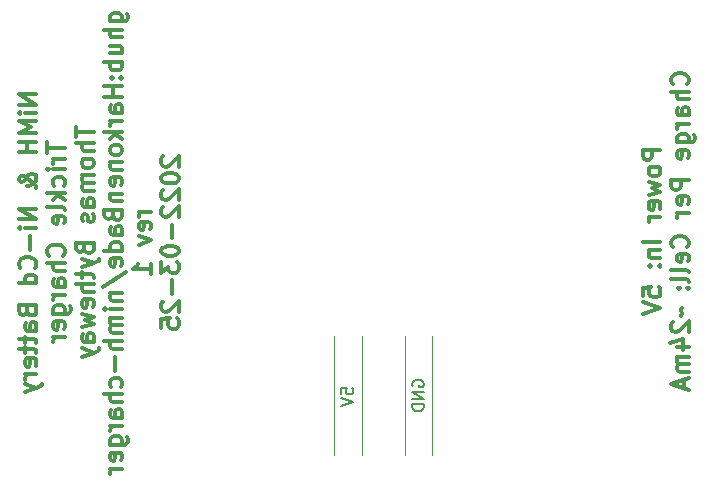
<source format=gbo>
%TF.GenerationSoftware,KiCad,Pcbnew,(6.0.2)*%
%TF.CreationDate,2022-03-25T11:37:34+00:00*%
%TF.ProjectId,nimh-charger,6e696d68-2d63-4686-9172-6765722e6b69,rev?*%
%TF.SameCoordinates,Original*%
%TF.FileFunction,Legend,Bot*%
%TF.FilePolarity,Positive*%
%FSLAX46Y46*%
G04 Gerber Fmt 4.6, Leading zero omitted, Abs format (unit mm)*
G04 Created by KiCad (PCBNEW (6.0.2)) date 2022-03-25 11:37:34*
%MOMM*%
%LPD*%
G01*
G04 APERTURE LIST*
%ADD10C,0.300000*%
%ADD11C,0.150000*%
%ADD12C,0.120000*%
G04 APERTURE END LIST*
D10*
X118471071Y-112142857D02*
X116971071Y-112142857D01*
X116971071Y-112714285D01*
X117042500Y-112857142D01*
X117113928Y-112928571D01*
X117256785Y-113000000D01*
X117471071Y-113000000D01*
X117613928Y-112928571D01*
X117685357Y-112857142D01*
X117756785Y-112714285D01*
X117756785Y-112142857D01*
X118471071Y-113857142D02*
X118399642Y-113714285D01*
X118328214Y-113642857D01*
X118185357Y-113571428D01*
X117756785Y-113571428D01*
X117613928Y-113642857D01*
X117542500Y-113714285D01*
X117471071Y-113857142D01*
X117471071Y-114071428D01*
X117542500Y-114214285D01*
X117613928Y-114285714D01*
X117756785Y-114357142D01*
X118185357Y-114357142D01*
X118328214Y-114285714D01*
X118399642Y-114214285D01*
X118471071Y-114071428D01*
X118471071Y-113857142D01*
X117471071Y-114857142D02*
X118471071Y-115142857D01*
X117756785Y-115428571D01*
X118471071Y-115714285D01*
X117471071Y-116000000D01*
X118399642Y-117142857D02*
X118471071Y-117000000D01*
X118471071Y-116714285D01*
X118399642Y-116571428D01*
X118256785Y-116500000D01*
X117685357Y-116500000D01*
X117542500Y-116571428D01*
X117471071Y-116714285D01*
X117471071Y-117000000D01*
X117542500Y-117142857D01*
X117685357Y-117214285D01*
X117828214Y-117214285D01*
X117971071Y-116500000D01*
X118471071Y-117857142D02*
X117471071Y-117857142D01*
X117756785Y-117857142D02*
X117613928Y-117928571D01*
X117542500Y-118000000D01*
X117471071Y-118142857D01*
X117471071Y-118285714D01*
X118471071Y-119928571D02*
X116971071Y-119928571D01*
X117471071Y-120642857D02*
X118471071Y-120642857D01*
X117613928Y-120642857D02*
X117542500Y-120714285D01*
X117471071Y-120857142D01*
X117471071Y-121071428D01*
X117542500Y-121214285D01*
X117685357Y-121285714D01*
X118471071Y-121285714D01*
X118328214Y-122000000D02*
X118399642Y-122071428D01*
X118471071Y-122000000D01*
X118399642Y-121928571D01*
X118328214Y-122000000D01*
X118471071Y-122000000D01*
X117542500Y-122000000D02*
X117613928Y-122071428D01*
X117685357Y-122000000D01*
X117613928Y-121928571D01*
X117542500Y-122000000D01*
X117685357Y-122000000D01*
X116971071Y-124571428D02*
X116971071Y-123857142D01*
X117685357Y-123785714D01*
X117613928Y-123857142D01*
X117542500Y-124000000D01*
X117542500Y-124357142D01*
X117613928Y-124500000D01*
X117685357Y-124571428D01*
X117828214Y-124642857D01*
X118185357Y-124642857D01*
X118328214Y-124571428D01*
X118399642Y-124500000D01*
X118471071Y-124357142D01*
X118471071Y-124000000D01*
X118399642Y-123857142D01*
X118328214Y-123785714D01*
X116971071Y-125071428D02*
X118471071Y-125571428D01*
X116971071Y-126071428D01*
X120743214Y-106607142D02*
X120814642Y-106535714D01*
X120886071Y-106321428D01*
X120886071Y-106178571D01*
X120814642Y-105964285D01*
X120671785Y-105821428D01*
X120528928Y-105750000D01*
X120243214Y-105678571D01*
X120028928Y-105678571D01*
X119743214Y-105750000D01*
X119600357Y-105821428D01*
X119457500Y-105964285D01*
X119386071Y-106178571D01*
X119386071Y-106321428D01*
X119457500Y-106535714D01*
X119528928Y-106607142D01*
X120886071Y-107250000D02*
X119386071Y-107250000D01*
X120886071Y-107892857D02*
X120100357Y-107892857D01*
X119957500Y-107821428D01*
X119886071Y-107678571D01*
X119886071Y-107464285D01*
X119957500Y-107321428D01*
X120028928Y-107250000D01*
X120886071Y-109250000D02*
X120100357Y-109250000D01*
X119957500Y-109178571D01*
X119886071Y-109035714D01*
X119886071Y-108750000D01*
X119957500Y-108607142D01*
X120814642Y-109250000D02*
X120886071Y-109107142D01*
X120886071Y-108750000D01*
X120814642Y-108607142D01*
X120671785Y-108535714D01*
X120528928Y-108535714D01*
X120386071Y-108607142D01*
X120314642Y-108750000D01*
X120314642Y-109107142D01*
X120243214Y-109250000D01*
X120886071Y-109964285D02*
X119886071Y-109964285D01*
X120171785Y-109964285D02*
X120028928Y-110035714D01*
X119957500Y-110107142D01*
X119886071Y-110250000D01*
X119886071Y-110392857D01*
X119886071Y-111535714D02*
X121100357Y-111535714D01*
X121243214Y-111464285D01*
X121314642Y-111392857D01*
X121386071Y-111250000D01*
X121386071Y-111035714D01*
X121314642Y-110892857D01*
X120814642Y-111535714D02*
X120886071Y-111392857D01*
X120886071Y-111107142D01*
X120814642Y-110964285D01*
X120743214Y-110892857D01*
X120600357Y-110821428D01*
X120171785Y-110821428D01*
X120028928Y-110892857D01*
X119957500Y-110964285D01*
X119886071Y-111107142D01*
X119886071Y-111392857D01*
X119957500Y-111535714D01*
X120814642Y-112821428D02*
X120886071Y-112678571D01*
X120886071Y-112392857D01*
X120814642Y-112250000D01*
X120671785Y-112178571D01*
X120100357Y-112178571D01*
X119957500Y-112250000D01*
X119886071Y-112392857D01*
X119886071Y-112678571D01*
X119957500Y-112821428D01*
X120100357Y-112892857D01*
X120243214Y-112892857D01*
X120386071Y-112178571D01*
X120886071Y-114678571D02*
X119386071Y-114678571D01*
X119386071Y-115250000D01*
X119457500Y-115392857D01*
X119528928Y-115464285D01*
X119671785Y-115535714D01*
X119886071Y-115535714D01*
X120028928Y-115464285D01*
X120100357Y-115392857D01*
X120171785Y-115250000D01*
X120171785Y-114678571D01*
X120814642Y-116750000D02*
X120886071Y-116607142D01*
X120886071Y-116321428D01*
X120814642Y-116178571D01*
X120671785Y-116107142D01*
X120100357Y-116107142D01*
X119957500Y-116178571D01*
X119886071Y-116321428D01*
X119886071Y-116607142D01*
X119957500Y-116750000D01*
X120100357Y-116821428D01*
X120243214Y-116821428D01*
X120386071Y-116107142D01*
X120886071Y-117464285D02*
X119886071Y-117464285D01*
X120171785Y-117464285D02*
X120028928Y-117535714D01*
X119957500Y-117607142D01*
X119886071Y-117750000D01*
X119886071Y-117892857D01*
X120743214Y-120392857D02*
X120814642Y-120321428D01*
X120886071Y-120107142D01*
X120886071Y-119964285D01*
X120814642Y-119750000D01*
X120671785Y-119607142D01*
X120528928Y-119535714D01*
X120243214Y-119464285D01*
X120028928Y-119464285D01*
X119743214Y-119535714D01*
X119600357Y-119607142D01*
X119457500Y-119750000D01*
X119386071Y-119964285D01*
X119386071Y-120107142D01*
X119457500Y-120321428D01*
X119528928Y-120392857D01*
X120814642Y-121607142D02*
X120886071Y-121464285D01*
X120886071Y-121178571D01*
X120814642Y-121035714D01*
X120671785Y-120964285D01*
X120100357Y-120964285D01*
X119957500Y-121035714D01*
X119886071Y-121178571D01*
X119886071Y-121464285D01*
X119957500Y-121607142D01*
X120100357Y-121678571D01*
X120243214Y-121678571D01*
X120386071Y-120964285D01*
X120886071Y-122535714D02*
X120814642Y-122392857D01*
X120671785Y-122321428D01*
X119386071Y-122321428D01*
X120886071Y-123321428D02*
X120814642Y-123178571D01*
X120671785Y-123107142D01*
X119386071Y-123107142D01*
X120743214Y-123892857D02*
X120814642Y-123964285D01*
X120886071Y-123892857D01*
X120814642Y-123821428D01*
X120743214Y-123892857D01*
X120886071Y-123892857D01*
X119957500Y-123892857D02*
X120028928Y-123964285D01*
X120100357Y-123892857D01*
X120028928Y-123821428D01*
X119957500Y-123892857D01*
X120100357Y-123892857D01*
X120314642Y-125535714D02*
X120243214Y-125607142D01*
X120171785Y-125750000D01*
X120314642Y-126035714D01*
X120243214Y-126178571D01*
X120171785Y-126250000D01*
X119528928Y-126750000D02*
X119457500Y-126821428D01*
X119386071Y-126964285D01*
X119386071Y-127321428D01*
X119457500Y-127464285D01*
X119528928Y-127535714D01*
X119671785Y-127607142D01*
X119814642Y-127607142D01*
X120028928Y-127535714D01*
X120886071Y-126678571D01*
X120886071Y-127607142D01*
X119886071Y-128892857D02*
X120886071Y-128892857D01*
X119314642Y-128535714D02*
X120386071Y-128178571D01*
X120386071Y-129107142D01*
X120886071Y-129678571D02*
X119886071Y-129678571D01*
X120028928Y-129678571D02*
X119957500Y-129750000D01*
X119886071Y-129892857D01*
X119886071Y-130107142D01*
X119957500Y-130250000D01*
X120100357Y-130321428D01*
X120886071Y-130321428D01*
X120100357Y-130321428D02*
X119957500Y-130392857D01*
X119886071Y-130535714D01*
X119886071Y-130750000D01*
X119957500Y-130892857D01*
X120100357Y-130964285D01*
X120886071Y-130964285D01*
X120457500Y-131607142D02*
X120457500Y-132321428D01*
X120886071Y-131464285D02*
X119386071Y-131964285D01*
X120886071Y-132464285D01*
X65641071Y-107464285D02*
X64141071Y-107464285D01*
X65641071Y-108321428D01*
X64141071Y-108321428D01*
X65641071Y-109035714D02*
X64641071Y-109035714D01*
X64141071Y-109035714D02*
X64212500Y-108964285D01*
X64283928Y-109035714D01*
X64212500Y-109107142D01*
X64141071Y-109035714D01*
X64283928Y-109035714D01*
X65641071Y-109750000D02*
X64141071Y-109750000D01*
X65212500Y-110250000D01*
X64141071Y-110750000D01*
X65641071Y-110750000D01*
X65641071Y-111464285D02*
X64141071Y-111464285D01*
X64855357Y-111464285D02*
X64855357Y-112321428D01*
X65641071Y-112321428D02*
X64141071Y-112321428D01*
X65641071Y-115392857D02*
X65641071Y-115321428D01*
X65569642Y-115178571D01*
X65355357Y-114964285D01*
X64926785Y-114607142D01*
X64712500Y-114464285D01*
X64498214Y-114392857D01*
X64355357Y-114392857D01*
X64212500Y-114464285D01*
X64141071Y-114607142D01*
X64141071Y-114678571D01*
X64212500Y-114821428D01*
X64355357Y-114892857D01*
X64426785Y-114892857D01*
X64569642Y-114821428D01*
X64641071Y-114750000D01*
X64926785Y-114321428D01*
X64998214Y-114250000D01*
X65141071Y-114178571D01*
X65355357Y-114178571D01*
X65498214Y-114250000D01*
X65569642Y-114321428D01*
X65641071Y-114464285D01*
X65641071Y-114678571D01*
X65569642Y-114821428D01*
X65498214Y-114892857D01*
X65212500Y-115107142D01*
X64998214Y-115178571D01*
X64855357Y-115178571D01*
X65641071Y-117178571D02*
X64141071Y-117178571D01*
X65641071Y-118035714D01*
X64141071Y-118035714D01*
X65641071Y-118750000D02*
X64641071Y-118750000D01*
X64141071Y-118750000D02*
X64212500Y-118678571D01*
X64283928Y-118750000D01*
X64212500Y-118821428D01*
X64141071Y-118750000D01*
X64283928Y-118750000D01*
X65069642Y-119464285D02*
X65069642Y-120607142D01*
X65498214Y-122178571D02*
X65569642Y-122107142D01*
X65641071Y-121892857D01*
X65641071Y-121750000D01*
X65569642Y-121535714D01*
X65426785Y-121392857D01*
X65283928Y-121321428D01*
X64998214Y-121250000D01*
X64783928Y-121250000D01*
X64498214Y-121321428D01*
X64355357Y-121392857D01*
X64212500Y-121535714D01*
X64141071Y-121750000D01*
X64141071Y-121892857D01*
X64212500Y-122107142D01*
X64283928Y-122178571D01*
X65641071Y-123464285D02*
X64141071Y-123464285D01*
X65569642Y-123464285D02*
X65641071Y-123321428D01*
X65641071Y-123035714D01*
X65569642Y-122892857D01*
X65498214Y-122821428D01*
X65355357Y-122750000D01*
X64926785Y-122750000D01*
X64783928Y-122821428D01*
X64712500Y-122892857D01*
X64641071Y-123035714D01*
X64641071Y-123321428D01*
X64712500Y-123464285D01*
X64855357Y-125821428D02*
X64926785Y-126035714D01*
X64998214Y-126107142D01*
X65141071Y-126178571D01*
X65355357Y-126178571D01*
X65498214Y-126107142D01*
X65569642Y-126035714D01*
X65641071Y-125892857D01*
X65641071Y-125321428D01*
X64141071Y-125321428D01*
X64141071Y-125821428D01*
X64212500Y-125964285D01*
X64283928Y-126035714D01*
X64426785Y-126107142D01*
X64569642Y-126107142D01*
X64712500Y-126035714D01*
X64783928Y-125964285D01*
X64855357Y-125821428D01*
X64855357Y-125321428D01*
X65641071Y-127464285D02*
X64855357Y-127464285D01*
X64712500Y-127392857D01*
X64641071Y-127250000D01*
X64641071Y-126964285D01*
X64712500Y-126821428D01*
X65569642Y-127464285D02*
X65641071Y-127321428D01*
X65641071Y-126964285D01*
X65569642Y-126821428D01*
X65426785Y-126750000D01*
X65283928Y-126750000D01*
X65141071Y-126821428D01*
X65069642Y-126964285D01*
X65069642Y-127321428D01*
X64998214Y-127464285D01*
X64641071Y-127964285D02*
X64641071Y-128535714D01*
X64141071Y-128178571D02*
X65426785Y-128178571D01*
X65569642Y-128250000D01*
X65641071Y-128392857D01*
X65641071Y-128535714D01*
X64641071Y-128821428D02*
X64641071Y-129392857D01*
X64141071Y-129035714D02*
X65426785Y-129035714D01*
X65569642Y-129107142D01*
X65641071Y-129250000D01*
X65641071Y-129392857D01*
X65569642Y-130464285D02*
X65641071Y-130321428D01*
X65641071Y-130035714D01*
X65569642Y-129892857D01*
X65426785Y-129821428D01*
X64855357Y-129821428D01*
X64712500Y-129892857D01*
X64641071Y-130035714D01*
X64641071Y-130321428D01*
X64712500Y-130464285D01*
X64855357Y-130535714D01*
X64998214Y-130535714D01*
X65141071Y-129821428D01*
X65641071Y-131178571D02*
X64641071Y-131178571D01*
X64926785Y-131178571D02*
X64783928Y-131250000D01*
X64712500Y-131321428D01*
X64641071Y-131464285D01*
X64641071Y-131607142D01*
X64641071Y-131964285D02*
X65641071Y-132321428D01*
X64641071Y-132678571D02*
X65641071Y-132321428D01*
X65998214Y-132178571D01*
X66069642Y-132107142D01*
X66141071Y-131964285D01*
X66556071Y-111535714D02*
X66556071Y-112392857D01*
X68056071Y-111964285D02*
X66556071Y-111964285D01*
X68056071Y-112892857D02*
X67056071Y-112892857D01*
X67341785Y-112892857D02*
X67198928Y-112964285D01*
X67127500Y-113035714D01*
X67056071Y-113178571D01*
X67056071Y-113321428D01*
X68056071Y-113821428D02*
X67056071Y-113821428D01*
X66556071Y-113821428D02*
X66627500Y-113750000D01*
X66698928Y-113821428D01*
X66627500Y-113892857D01*
X66556071Y-113821428D01*
X66698928Y-113821428D01*
X67984642Y-115178571D02*
X68056071Y-115035714D01*
X68056071Y-114750000D01*
X67984642Y-114607142D01*
X67913214Y-114535714D01*
X67770357Y-114464285D01*
X67341785Y-114464285D01*
X67198928Y-114535714D01*
X67127500Y-114607142D01*
X67056071Y-114750000D01*
X67056071Y-115035714D01*
X67127500Y-115178571D01*
X68056071Y-115821428D02*
X66556071Y-115821428D01*
X67484642Y-115964285D02*
X68056071Y-116392857D01*
X67056071Y-116392857D02*
X67627500Y-115821428D01*
X68056071Y-117250000D02*
X67984642Y-117107142D01*
X67841785Y-117035714D01*
X66556071Y-117035714D01*
X67984642Y-118392857D02*
X68056071Y-118250000D01*
X68056071Y-117964285D01*
X67984642Y-117821428D01*
X67841785Y-117750000D01*
X67270357Y-117750000D01*
X67127500Y-117821428D01*
X67056071Y-117964285D01*
X67056071Y-118250000D01*
X67127500Y-118392857D01*
X67270357Y-118464285D01*
X67413214Y-118464285D01*
X67556071Y-117750000D01*
X67913214Y-121107142D02*
X67984642Y-121035714D01*
X68056071Y-120821428D01*
X68056071Y-120678571D01*
X67984642Y-120464285D01*
X67841785Y-120321428D01*
X67698928Y-120250000D01*
X67413214Y-120178571D01*
X67198928Y-120178571D01*
X66913214Y-120250000D01*
X66770357Y-120321428D01*
X66627500Y-120464285D01*
X66556071Y-120678571D01*
X66556071Y-120821428D01*
X66627500Y-121035714D01*
X66698928Y-121107142D01*
X68056071Y-121750000D02*
X66556071Y-121750000D01*
X68056071Y-122392857D02*
X67270357Y-122392857D01*
X67127500Y-122321428D01*
X67056071Y-122178571D01*
X67056071Y-121964285D01*
X67127500Y-121821428D01*
X67198928Y-121750000D01*
X68056071Y-123750000D02*
X67270357Y-123750000D01*
X67127500Y-123678571D01*
X67056071Y-123535714D01*
X67056071Y-123250000D01*
X67127500Y-123107142D01*
X67984642Y-123750000D02*
X68056071Y-123607142D01*
X68056071Y-123250000D01*
X67984642Y-123107142D01*
X67841785Y-123035714D01*
X67698928Y-123035714D01*
X67556071Y-123107142D01*
X67484642Y-123250000D01*
X67484642Y-123607142D01*
X67413214Y-123750000D01*
X68056071Y-124464285D02*
X67056071Y-124464285D01*
X67341785Y-124464285D02*
X67198928Y-124535714D01*
X67127500Y-124607142D01*
X67056071Y-124750000D01*
X67056071Y-124892857D01*
X67056071Y-126035714D02*
X68270357Y-126035714D01*
X68413214Y-125964285D01*
X68484642Y-125892857D01*
X68556071Y-125750000D01*
X68556071Y-125535714D01*
X68484642Y-125392857D01*
X67984642Y-126035714D02*
X68056071Y-125892857D01*
X68056071Y-125607142D01*
X67984642Y-125464285D01*
X67913214Y-125392857D01*
X67770357Y-125321428D01*
X67341785Y-125321428D01*
X67198928Y-125392857D01*
X67127500Y-125464285D01*
X67056071Y-125607142D01*
X67056071Y-125892857D01*
X67127500Y-126035714D01*
X67984642Y-127321428D02*
X68056071Y-127178571D01*
X68056071Y-126892857D01*
X67984642Y-126750000D01*
X67841785Y-126678571D01*
X67270357Y-126678571D01*
X67127500Y-126750000D01*
X67056071Y-126892857D01*
X67056071Y-127178571D01*
X67127500Y-127321428D01*
X67270357Y-127392857D01*
X67413214Y-127392857D01*
X67556071Y-126678571D01*
X68056071Y-128035714D02*
X67056071Y-128035714D01*
X67341785Y-128035714D02*
X67198928Y-128107142D01*
X67127500Y-128178571D01*
X67056071Y-128321428D01*
X67056071Y-128464285D01*
X68971071Y-110250000D02*
X68971071Y-111107142D01*
X70471071Y-110678571D02*
X68971071Y-110678571D01*
X70471071Y-111607142D02*
X68971071Y-111607142D01*
X70471071Y-112250000D02*
X69685357Y-112250000D01*
X69542500Y-112178571D01*
X69471071Y-112035714D01*
X69471071Y-111821428D01*
X69542500Y-111678571D01*
X69613928Y-111607142D01*
X70471071Y-113178571D02*
X70399642Y-113035714D01*
X70328214Y-112964285D01*
X70185357Y-112892857D01*
X69756785Y-112892857D01*
X69613928Y-112964285D01*
X69542500Y-113035714D01*
X69471071Y-113178571D01*
X69471071Y-113392857D01*
X69542500Y-113535714D01*
X69613928Y-113607142D01*
X69756785Y-113678571D01*
X70185357Y-113678571D01*
X70328214Y-113607142D01*
X70399642Y-113535714D01*
X70471071Y-113392857D01*
X70471071Y-113178571D01*
X70471071Y-114321428D02*
X69471071Y-114321428D01*
X69613928Y-114321428D02*
X69542500Y-114392857D01*
X69471071Y-114535714D01*
X69471071Y-114750000D01*
X69542500Y-114892857D01*
X69685357Y-114964285D01*
X70471071Y-114964285D01*
X69685357Y-114964285D02*
X69542500Y-115035714D01*
X69471071Y-115178571D01*
X69471071Y-115392857D01*
X69542500Y-115535714D01*
X69685357Y-115607142D01*
X70471071Y-115607142D01*
X70471071Y-116964285D02*
X69685357Y-116964285D01*
X69542500Y-116892857D01*
X69471071Y-116750000D01*
X69471071Y-116464285D01*
X69542500Y-116321428D01*
X70399642Y-116964285D02*
X70471071Y-116821428D01*
X70471071Y-116464285D01*
X70399642Y-116321428D01*
X70256785Y-116250000D01*
X70113928Y-116250000D01*
X69971071Y-116321428D01*
X69899642Y-116464285D01*
X69899642Y-116821428D01*
X69828214Y-116964285D01*
X70399642Y-117607142D02*
X70471071Y-117750000D01*
X70471071Y-118035714D01*
X70399642Y-118178571D01*
X70256785Y-118250000D01*
X70185357Y-118250000D01*
X70042500Y-118178571D01*
X69971071Y-118035714D01*
X69971071Y-117821428D01*
X69899642Y-117678571D01*
X69756785Y-117607142D01*
X69685357Y-117607142D01*
X69542500Y-117678571D01*
X69471071Y-117821428D01*
X69471071Y-118035714D01*
X69542500Y-118178571D01*
X69685357Y-120535714D02*
X69756785Y-120750000D01*
X69828214Y-120821428D01*
X69971071Y-120892857D01*
X70185357Y-120892857D01*
X70328214Y-120821428D01*
X70399642Y-120750000D01*
X70471071Y-120607142D01*
X70471071Y-120035714D01*
X68971071Y-120035714D01*
X68971071Y-120535714D01*
X69042500Y-120678571D01*
X69113928Y-120750000D01*
X69256785Y-120821428D01*
X69399642Y-120821428D01*
X69542500Y-120750000D01*
X69613928Y-120678571D01*
X69685357Y-120535714D01*
X69685357Y-120035714D01*
X69471071Y-121392857D02*
X70471071Y-121750000D01*
X69471071Y-122107142D02*
X70471071Y-121750000D01*
X70828214Y-121607142D01*
X70899642Y-121535714D01*
X70971071Y-121392857D01*
X69471071Y-122464285D02*
X69471071Y-123035714D01*
X68971071Y-122678571D02*
X70256785Y-122678571D01*
X70399642Y-122750000D01*
X70471071Y-122892857D01*
X70471071Y-123035714D01*
X70471071Y-123535714D02*
X68971071Y-123535714D01*
X70471071Y-124178571D02*
X69685357Y-124178571D01*
X69542500Y-124107142D01*
X69471071Y-123964285D01*
X69471071Y-123750000D01*
X69542500Y-123607142D01*
X69613928Y-123535714D01*
X70399642Y-125464285D02*
X70471071Y-125321428D01*
X70471071Y-125035714D01*
X70399642Y-124892857D01*
X70256785Y-124821428D01*
X69685357Y-124821428D01*
X69542500Y-124892857D01*
X69471071Y-125035714D01*
X69471071Y-125321428D01*
X69542500Y-125464285D01*
X69685357Y-125535714D01*
X69828214Y-125535714D01*
X69971071Y-124821428D01*
X69471071Y-126035714D02*
X70471071Y-126321428D01*
X69756785Y-126607142D01*
X70471071Y-126892857D01*
X69471071Y-127178571D01*
X70471071Y-128392857D02*
X69685357Y-128392857D01*
X69542500Y-128321428D01*
X69471071Y-128178571D01*
X69471071Y-127892857D01*
X69542500Y-127750000D01*
X70399642Y-128392857D02*
X70471071Y-128250000D01*
X70471071Y-127892857D01*
X70399642Y-127750000D01*
X70256785Y-127678571D01*
X70113928Y-127678571D01*
X69971071Y-127750000D01*
X69899642Y-127892857D01*
X69899642Y-128250000D01*
X69828214Y-128392857D01*
X69471071Y-128964285D02*
X70471071Y-129321428D01*
X69471071Y-129678571D02*
X70471071Y-129321428D01*
X70828214Y-129178571D01*
X70899642Y-129107142D01*
X70971071Y-128964285D01*
X71886071Y-101285714D02*
X73100357Y-101285714D01*
X73243214Y-101214285D01*
X73314642Y-101142857D01*
X73386071Y-101000000D01*
X73386071Y-100785714D01*
X73314642Y-100642857D01*
X72814642Y-101285714D02*
X72886071Y-101142857D01*
X72886071Y-100857142D01*
X72814642Y-100714285D01*
X72743214Y-100642857D01*
X72600357Y-100571428D01*
X72171785Y-100571428D01*
X72028928Y-100642857D01*
X71957500Y-100714285D01*
X71886071Y-100857142D01*
X71886071Y-101142857D01*
X71957500Y-101285714D01*
X72886071Y-102000000D02*
X71386071Y-102000000D01*
X72886071Y-102642857D02*
X72100357Y-102642857D01*
X71957500Y-102571428D01*
X71886071Y-102428571D01*
X71886071Y-102214285D01*
X71957500Y-102071428D01*
X72028928Y-102000000D01*
X71886071Y-104000000D02*
X72886071Y-104000000D01*
X71886071Y-103357142D02*
X72671785Y-103357142D01*
X72814642Y-103428571D01*
X72886071Y-103571428D01*
X72886071Y-103785714D01*
X72814642Y-103928571D01*
X72743214Y-104000000D01*
X72886071Y-104714285D02*
X71386071Y-104714285D01*
X71957500Y-104714285D02*
X71886071Y-104857142D01*
X71886071Y-105142857D01*
X71957500Y-105285714D01*
X72028928Y-105357142D01*
X72171785Y-105428571D01*
X72600357Y-105428571D01*
X72743214Y-105357142D01*
X72814642Y-105285714D01*
X72886071Y-105142857D01*
X72886071Y-104857142D01*
X72814642Y-104714285D01*
X72743214Y-106071428D02*
X72814642Y-106142857D01*
X72886071Y-106071428D01*
X72814642Y-106000000D01*
X72743214Y-106071428D01*
X72886071Y-106071428D01*
X71957500Y-106071428D02*
X72028928Y-106142857D01*
X72100357Y-106071428D01*
X72028928Y-106000000D01*
X71957500Y-106071428D01*
X72100357Y-106071428D01*
X72886071Y-106785714D02*
X71386071Y-106785714D01*
X72100357Y-106785714D02*
X72100357Y-107642857D01*
X72886071Y-107642857D02*
X71386071Y-107642857D01*
X72886071Y-109000000D02*
X72100357Y-109000000D01*
X71957500Y-108928571D01*
X71886071Y-108785714D01*
X71886071Y-108500000D01*
X71957500Y-108357142D01*
X72814642Y-109000000D02*
X72886071Y-108857142D01*
X72886071Y-108500000D01*
X72814642Y-108357142D01*
X72671785Y-108285714D01*
X72528928Y-108285714D01*
X72386071Y-108357142D01*
X72314642Y-108500000D01*
X72314642Y-108857142D01*
X72243214Y-109000000D01*
X72886071Y-109714285D02*
X71886071Y-109714285D01*
X72171785Y-109714285D02*
X72028928Y-109785714D01*
X71957500Y-109857142D01*
X71886071Y-110000000D01*
X71886071Y-110142857D01*
X72886071Y-110642857D02*
X71386071Y-110642857D01*
X72314642Y-110785714D02*
X72886071Y-111214285D01*
X71886071Y-111214285D02*
X72457500Y-110642857D01*
X72886071Y-112071428D02*
X72814642Y-111928571D01*
X72743214Y-111857142D01*
X72600357Y-111785714D01*
X72171785Y-111785714D01*
X72028928Y-111857142D01*
X71957500Y-111928571D01*
X71886071Y-112071428D01*
X71886071Y-112285714D01*
X71957500Y-112428571D01*
X72028928Y-112500000D01*
X72171785Y-112571428D01*
X72600357Y-112571428D01*
X72743214Y-112500000D01*
X72814642Y-112428571D01*
X72886071Y-112285714D01*
X72886071Y-112071428D01*
X71886071Y-113214285D02*
X72886071Y-113214285D01*
X72028928Y-113214285D02*
X71957500Y-113285714D01*
X71886071Y-113428571D01*
X71886071Y-113642857D01*
X71957500Y-113785714D01*
X72100357Y-113857142D01*
X72886071Y-113857142D01*
X72814642Y-115142857D02*
X72886071Y-115000000D01*
X72886071Y-114714285D01*
X72814642Y-114571428D01*
X72671785Y-114500000D01*
X72100357Y-114500000D01*
X71957500Y-114571428D01*
X71886071Y-114714285D01*
X71886071Y-115000000D01*
X71957500Y-115142857D01*
X72100357Y-115214285D01*
X72243214Y-115214285D01*
X72386071Y-114500000D01*
X71886071Y-115857142D02*
X72886071Y-115857142D01*
X72028928Y-115857142D02*
X71957500Y-115928571D01*
X71886071Y-116071428D01*
X71886071Y-116285714D01*
X71957500Y-116428571D01*
X72100357Y-116500000D01*
X72886071Y-116500000D01*
X72100357Y-117714285D02*
X72171785Y-117928571D01*
X72243214Y-118000000D01*
X72386071Y-118071428D01*
X72600357Y-118071428D01*
X72743214Y-118000000D01*
X72814642Y-117928571D01*
X72886071Y-117785714D01*
X72886071Y-117214285D01*
X71386071Y-117214285D01*
X71386071Y-117714285D01*
X71457500Y-117857142D01*
X71528928Y-117928571D01*
X71671785Y-118000000D01*
X71814642Y-118000000D01*
X71957500Y-117928571D01*
X72028928Y-117857142D01*
X72100357Y-117714285D01*
X72100357Y-117214285D01*
X72886071Y-119357142D02*
X72100357Y-119357142D01*
X71957500Y-119285714D01*
X71886071Y-119142857D01*
X71886071Y-118857142D01*
X71957500Y-118714285D01*
X72814642Y-119357142D02*
X72886071Y-119214285D01*
X72886071Y-118857142D01*
X72814642Y-118714285D01*
X72671785Y-118642857D01*
X72528928Y-118642857D01*
X72386071Y-118714285D01*
X72314642Y-118857142D01*
X72314642Y-119214285D01*
X72243214Y-119357142D01*
X72886071Y-120714285D02*
X71386071Y-120714285D01*
X72814642Y-120714285D02*
X72886071Y-120571428D01*
X72886071Y-120285714D01*
X72814642Y-120142857D01*
X72743214Y-120071428D01*
X72600357Y-120000000D01*
X72171785Y-120000000D01*
X72028928Y-120071428D01*
X71957500Y-120142857D01*
X71886071Y-120285714D01*
X71886071Y-120571428D01*
X71957500Y-120714285D01*
X72814642Y-122000000D02*
X72886071Y-121857142D01*
X72886071Y-121571428D01*
X72814642Y-121428571D01*
X72671785Y-121357142D01*
X72100357Y-121357142D01*
X71957500Y-121428571D01*
X71886071Y-121571428D01*
X71886071Y-121857142D01*
X71957500Y-122000000D01*
X72100357Y-122071428D01*
X72243214Y-122071428D01*
X72386071Y-121357142D01*
X71314642Y-123785714D02*
X73243214Y-122500000D01*
X71886071Y-124285714D02*
X72886071Y-124285714D01*
X72028928Y-124285714D02*
X71957500Y-124357142D01*
X71886071Y-124500000D01*
X71886071Y-124714285D01*
X71957500Y-124857142D01*
X72100357Y-124928571D01*
X72886071Y-124928571D01*
X72886071Y-125642857D02*
X71886071Y-125642857D01*
X71386071Y-125642857D02*
X71457500Y-125571428D01*
X71528928Y-125642857D01*
X71457500Y-125714285D01*
X71386071Y-125642857D01*
X71528928Y-125642857D01*
X72886071Y-126357142D02*
X71886071Y-126357142D01*
X72028928Y-126357142D02*
X71957500Y-126428571D01*
X71886071Y-126571428D01*
X71886071Y-126785714D01*
X71957500Y-126928571D01*
X72100357Y-127000000D01*
X72886071Y-127000000D01*
X72100357Y-127000000D02*
X71957500Y-127071428D01*
X71886071Y-127214285D01*
X71886071Y-127428571D01*
X71957500Y-127571428D01*
X72100357Y-127642857D01*
X72886071Y-127642857D01*
X72886071Y-128357142D02*
X71386071Y-128357142D01*
X72886071Y-129000000D02*
X72100357Y-129000000D01*
X71957500Y-128928571D01*
X71886071Y-128785714D01*
X71886071Y-128571428D01*
X71957500Y-128428571D01*
X72028928Y-128357142D01*
X72314642Y-129714285D02*
X72314642Y-130857142D01*
X72814642Y-132214285D02*
X72886071Y-132071428D01*
X72886071Y-131785714D01*
X72814642Y-131642857D01*
X72743214Y-131571428D01*
X72600357Y-131500000D01*
X72171785Y-131500000D01*
X72028928Y-131571428D01*
X71957500Y-131642857D01*
X71886071Y-131785714D01*
X71886071Y-132071428D01*
X71957500Y-132214285D01*
X72886071Y-132857142D02*
X71386071Y-132857142D01*
X72886071Y-133500000D02*
X72100357Y-133500000D01*
X71957500Y-133428571D01*
X71886071Y-133285714D01*
X71886071Y-133071428D01*
X71957500Y-132928571D01*
X72028928Y-132857142D01*
X72886071Y-134857142D02*
X72100357Y-134857142D01*
X71957500Y-134785714D01*
X71886071Y-134642857D01*
X71886071Y-134357142D01*
X71957500Y-134214285D01*
X72814642Y-134857142D02*
X72886071Y-134714285D01*
X72886071Y-134357142D01*
X72814642Y-134214285D01*
X72671785Y-134142857D01*
X72528928Y-134142857D01*
X72386071Y-134214285D01*
X72314642Y-134357142D01*
X72314642Y-134714285D01*
X72243214Y-134857142D01*
X72886071Y-135571428D02*
X71886071Y-135571428D01*
X72171785Y-135571428D02*
X72028928Y-135642857D01*
X71957500Y-135714285D01*
X71886071Y-135857142D01*
X71886071Y-136000000D01*
X71886071Y-137142857D02*
X73100357Y-137142857D01*
X73243214Y-137071428D01*
X73314642Y-137000000D01*
X73386071Y-136857142D01*
X73386071Y-136642857D01*
X73314642Y-136500000D01*
X72814642Y-137142857D02*
X72886071Y-137000000D01*
X72886071Y-136714285D01*
X72814642Y-136571428D01*
X72743214Y-136500000D01*
X72600357Y-136428571D01*
X72171785Y-136428571D01*
X72028928Y-136500000D01*
X71957500Y-136571428D01*
X71886071Y-136714285D01*
X71886071Y-137000000D01*
X71957500Y-137142857D01*
X72814642Y-138428571D02*
X72886071Y-138285714D01*
X72886071Y-138000000D01*
X72814642Y-137857142D01*
X72671785Y-137785714D01*
X72100357Y-137785714D01*
X71957500Y-137857142D01*
X71886071Y-138000000D01*
X71886071Y-138285714D01*
X71957500Y-138428571D01*
X72100357Y-138500000D01*
X72243214Y-138500000D01*
X72386071Y-137785714D01*
X72886071Y-139142857D02*
X71886071Y-139142857D01*
X72171785Y-139142857D02*
X72028928Y-139214285D01*
X71957500Y-139285714D01*
X71886071Y-139428571D01*
X71886071Y-139571428D01*
X75301071Y-117392857D02*
X74301071Y-117392857D01*
X74586785Y-117392857D02*
X74443928Y-117464285D01*
X74372500Y-117535714D01*
X74301071Y-117678571D01*
X74301071Y-117821428D01*
X75229642Y-118892857D02*
X75301071Y-118750000D01*
X75301071Y-118464285D01*
X75229642Y-118321428D01*
X75086785Y-118250000D01*
X74515357Y-118250000D01*
X74372500Y-118321428D01*
X74301071Y-118464285D01*
X74301071Y-118750000D01*
X74372500Y-118892857D01*
X74515357Y-118964285D01*
X74658214Y-118964285D01*
X74801071Y-118250000D01*
X74301071Y-119464285D02*
X75301071Y-119821428D01*
X74301071Y-120178571D01*
X75301071Y-122678571D02*
X75301071Y-121821428D01*
X75301071Y-122250000D02*
X73801071Y-122250000D01*
X74015357Y-122107142D01*
X74158214Y-121964285D01*
X74229642Y-121821428D01*
X76358928Y-112714285D02*
X76287500Y-112785714D01*
X76216071Y-112928571D01*
X76216071Y-113285714D01*
X76287500Y-113428571D01*
X76358928Y-113500000D01*
X76501785Y-113571428D01*
X76644642Y-113571428D01*
X76858928Y-113500000D01*
X77716071Y-112642857D01*
X77716071Y-113571428D01*
X76216071Y-114500000D02*
X76216071Y-114642857D01*
X76287500Y-114785714D01*
X76358928Y-114857142D01*
X76501785Y-114928571D01*
X76787500Y-115000000D01*
X77144642Y-115000000D01*
X77430357Y-114928571D01*
X77573214Y-114857142D01*
X77644642Y-114785714D01*
X77716071Y-114642857D01*
X77716071Y-114500000D01*
X77644642Y-114357142D01*
X77573214Y-114285714D01*
X77430357Y-114214285D01*
X77144642Y-114142857D01*
X76787500Y-114142857D01*
X76501785Y-114214285D01*
X76358928Y-114285714D01*
X76287500Y-114357142D01*
X76216071Y-114500000D01*
X76358928Y-115571428D02*
X76287500Y-115642857D01*
X76216071Y-115785714D01*
X76216071Y-116142857D01*
X76287500Y-116285714D01*
X76358928Y-116357142D01*
X76501785Y-116428571D01*
X76644642Y-116428571D01*
X76858928Y-116357142D01*
X77716071Y-115500000D01*
X77716071Y-116428571D01*
X76358928Y-117000000D02*
X76287500Y-117071428D01*
X76216071Y-117214285D01*
X76216071Y-117571428D01*
X76287500Y-117714285D01*
X76358928Y-117785714D01*
X76501785Y-117857142D01*
X76644642Y-117857142D01*
X76858928Y-117785714D01*
X77716071Y-116928571D01*
X77716071Y-117857142D01*
X77144642Y-118500000D02*
X77144642Y-119642857D01*
X76216071Y-120642857D02*
X76216071Y-120785714D01*
X76287500Y-120928571D01*
X76358928Y-121000000D01*
X76501785Y-121071428D01*
X76787500Y-121142857D01*
X77144642Y-121142857D01*
X77430357Y-121071428D01*
X77573214Y-121000000D01*
X77644642Y-120928571D01*
X77716071Y-120785714D01*
X77716071Y-120642857D01*
X77644642Y-120500000D01*
X77573214Y-120428571D01*
X77430357Y-120357142D01*
X77144642Y-120285714D01*
X76787500Y-120285714D01*
X76501785Y-120357142D01*
X76358928Y-120428571D01*
X76287500Y-120500000D01*
X76216071Y-120642857D01*
X76216071Y-121642857D02*
X76216071Y-122571428D01*
X76787500Y-122071428D01*
X76787500Y-122285714D01*
X76858928Y-122428571D01*
X76930357Y-122500000D01*
X77073214Y-122571428D01*
X77430357Y-122571428D01*
X77573214Y-122500000D01*
X77644642Y-122428571D01*
X77716071Y-122285714D01*
X77716071Y-121857142D01*
X77644642Y-121714285D01*
X77573214Y-121642857D01*
X77144642Y-123214285D02*
X77144642Y-124357142D01*
X76358928Y-125000000D02*
X76287500Y-125071428D01*
X76216071Y-125214285D01*
X76216071Y-125571428D01*
X76287500Y-125714285D01*
X76358928Y-125785714D01*
X76501785Y-125857142D01*
X76644642Y-125857142D01*
X76858928Y-125785714D01*
X77716071Y-124928571D01*
X77716071Y-125857142D01*
X76216071Y-127214285D02*
X76216071Y-126500000D01*
X76930357Y-126428571D01*
X76858928Y-126500000D01*
X76787500Y-126642857D01*
X76787500Y-127000000D01*
X76858928Y-127142857D01*
X76930357Y-127214285D01*
X77073214Y-127285714D01*
X77430357Y-127285714D01*
X77573214Y-127214285D01*
X77644642Y-127142857D01*
X77716071Y-127000000D01*
X77716071Y-126642857D01*
X77644642Y-126500000D01*
X77573214Y-126428571D01*
D11*
%TO.C,TP2*%
X97500000Y-132188095D02*
X97452380Y-132092857D01*
X97452380Y-131950000D01*
X97500000Y-131807142D01*
X97595238Y-131711904D01*
X97690476Y-131664285D01*
X97880952Y-131616666D01*
X98023809Y-131616666D01*
X98214285Y-131664285D01*
X98309523Y-131711904D01*
X98404761Y-131807142D01*
X98452380Y-131950000D01*
X98452380Y-132045238D01*
X98404761Y-132188095D01*
X98357142Y-132235714D01*
X98023809Y-132235714D01*
X98023809Y-132045238D01*
X98452380Y-132664285D02*
X97452380Y-132664285D01*
X98452380Y-133235714D01*
X97452380Y-133235714D01*
X98452380Y-133711904D02*
X97452380Y-133711904D01*
X97452380Y-133950000D01*
X97500000Y-134092857D01*
X97595238Y-134188095D01*
X97690476Y-134235714D01*
X97880952Y-134283333D01*
X98023809Y-134283333D01*
X98214285Y-134235714D01*
X98309523Y-134188095D01*
X98404761Y-134092857D01*
X98452380Y-133950000D01*
X98452380Y-133711904D01*
%TO.C,TP1*%
X91452380Y-132809523D02*
X91452380Y-132333333D01*
X91928571Y-132285714D01*
X91880952Y-132333333D01*
X91833333Y-132428571D01*
X91833333Y-132666666D01*
X91880952Y-132761904D01*
X91928571Y-132809523D01*
X92023809Y-132857142D01*
X92261904Y-132857142D01*
X92357142Y-132809523D01*
X92404761Y-132761904D01*
X92452380Y-132666666D01*
X92452380Y-132428571D01*
X92404761Y-132333333D01*
X92357142Y-132285714D01*
X91452380Y-133142857D02*
X92452380Y-133476190D01*
X91452380Y-133809523D01*
D12*
%TO.C,TP2*%
X99160000Y-127885000D02*
X99160000Y-138015000D01*
X96840000Y-127885000D02*
X96840000Y-138015000D01*
%TO.C,TP1*%
X93160000Y-127885000D02*
X93160000Y-138015000D01*
X90840000Y-127885000D02*
X90840000Y-138015000D01*
%TD*%
M02*

</source>
